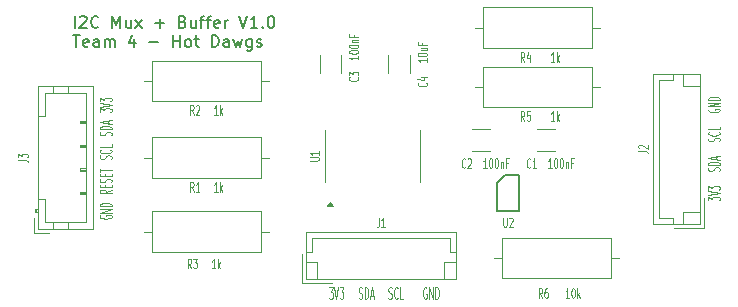
<source format=gbr>
%TF.GenerationSoftware,KiCad,Pcbnew,9.0.2*%
%TF.CreationDate,2025-07-11T15:27:11-07:00*%
%TF.ProjectId,I2C mux buffer,49324320-6d75-4782-9062-75666665722e,rev?*%
%TF.SameCoordinates,Original*%
%TF.FileFunction,Legend,Top*%
%TF.FilePolarity,Positive*%
%FSLAX46Y46*%
G04 Gerber Fmt 4.6, Leading zero omitted, Abs format (unit mm)*
G04 Created by KiCad (PCBNEW 9.0.2) date 2025-07-11 15:27:11*
%MOMM*%
%LPD*%
G01*
G04 APERTURE LIST*
%ADD10C,0.150000*%
%ADD11C,0.125000*%
%ADD12C,0.200000*%
%ADD13C,0.120000*%
G04 APERTURE END LIST*
D10*
X49336779Y-74509875D02*
X49336779Y-73509875D01*
X49765350Y-73605113D02*
X49812969Y-73557494D01*
X49812969Y-73557494D02*
X49908207Y-73509875D01*
X49908207Y-73509875D02*
X50146302Y-73509875D01*
X50146302Y-73509875D02*
X50241540Y-73557494D01*
X50241540Y-73557494D02*
X50289159Y-73605113D01*
X50289159Y-73605113D02*
X50336778Y-73700351D01*
X50336778Y-73700351D02*
X50336778Y-73795589D01*
X50336778Y-73795589D02*
X50289159Y-73938446D01*
X50289159Y-73938446D02*
X49717731Y-74509875D01*
X49717731Y-74509875D02*
X50336778Y-74509875D01*
X51336778Y-74414636D02*
X51289159Y-74462256D01*
X51289159Y-74462256D02*
X51146302Y-74509875D01*
X51146302Y-74509875D02*
X51051064Y-74509875D01*
X51051064Y-74509875D02*
X50908207Y-74462256D01*
X50908207Y-74462256D02*
X50812969Y-74367017D01*
X50812969Y-74367017D02*
X50765350Y-74271779D01*
X50765350Y-74271779D02*
X50717731Y-74081303D01*
X50717731Y-74081303D02*
X50717731Y-73938446D01*
X50717731Y-73938446D02*
X50765350Y-73747970D01*
X50765350Y-73747970D02*
X50812969Y-73652732D01*
X50812969Y-73652732D02*
X50908207Y-73557494D01*
X50908207Y-73557494D02*
X51051064Y-73509875D01*
X51051064Y-73509875D02*
X51146302Y-73509875D01*
X51146302Y-73509875D02*
X51289159Y-73557494D01*
X51289159Y-73557494D02*
X51336778Y-73605113D01*
X52527255Y-74509875D02*
X52527255Y-73509875D01*
X52527255Y-73509875D02*
X52860588Y-74224160D01*
X52860588Y-74224160D02*
X53193921Y-73509875D01*
X53193921Y-73509875D02*
X53193921Y-74509875D01*
X54098683Y-73843208D02*
X54098683Y-74509875D01*
X53670112Y-73843208D02*
X53670112Y-74367017D01*
X53670112Y-74367017D02*
X53717731Y-74462256D01*
X53717731Y-74462256D02*
X53812969Y-74509875D01*
X53812969Y-74509875D02*
X53955826Y-74509875D01*
X53955826Y-74509875D02*
X54051064Y-74462256D01*
X54051064Y-74462256D02*
X54098683Y-74414636D01*
X54479636Y-74509875D02*
X55003445Y-73843208D01*
X54479636Y-73843208D02*
X55003445Y-74509875D01*
X56146303Y-74128922D02*
X56908208Y-74128922D01*
X56527255Y-74509875D02*
X56527255Y-73747970D01*
X58479636Y-73986065D02*
X58622493Y-74033684D01*
X58622493Y-74033684D02*
X58670112Y-74081303D01*
X58670112Y-74081303D02*
X58717731Y-74176541D01*
X58717731Y-74176541D02*
X58717731Y-74319398D01*
X58717731Y-74319398D02*
X58670112Y-74414636D01*
X58670112Y-74414636D02*
X58622493Y-74462256D01*
X58622493Y-74462256D02*
X58527255Y-74509875D01*
X58527255Y-74509875D02*
X58146303Y-74509875D01*
X58146303Y-74509875D02*
X58146303Y-73509875D01*
X58146303Y-73509875D02*
X58479636Y-73509875D01*
X58479636Y-73509875D02*
X58574874Y-73557494D01*
X58574874Y-73557494D02*
X58622493Y-73605113D01*
X58622493Y-73605113D02*
X58670112Y-73700351D01*
X58670112Y-73700351D02*
X58670112Y-73795589D01*
X58670112Y-73795589D02*
X58622493Y-73890827D01*
X58622493Y-73890827D02*
X58574874Y-73938446D01*
X58574874Y-73938446D02*
X58479636Y-73986065D01*
X58479636Y-73986065D02*
X58146303Y-73986065D01*
X59574874Y-73843208D02*
X59574874Y-74509875D01*
X59146303Y-73843208D02*
X59146303Y-74367017D01*
X59146303Y-74367017D02*
X59193922Y-74462256D01*
X59193922Y-74462256D02*
X59289160Y-74509875D01*
X59289160Y-74509875D02*
X59432017Y-74509875D01*
X59432017Y-74509875D02*
X59527255Y-74462256D01*
X59527255Y-74462256D02*
X59574874Y-74414636D01*
X59908208Y-73843208D02*
X60289160Y-73843208D01*
X60051065Y-74509875D02*
X60051065Y-73652732D01*
X60051065Y-73652732D02*
X60098684Y-73557494D01*
X60098684Y-73557494D02*
X60193922Y-73509875D01*
X60193922Y-73509875D02*
X60289160Y-73509875D01*
X60479637Y-73843208D02*
X60860589Y-73843208D01*
X60622494Y-74509875D02*
X60622494Y-73652732D01*
X60622494Y-73652732D02*
X60670113Y-73557494D01*
X60670113Y-73557494D02*
X60765351Y-73509875D01*
X60765351Y-73509875D02*
X60860589Y-73509875D01*
X61574875Y-74462256D02*
X61479637Y-74509875D01*
X61479637Y-74509875D02*
X61289161Y-74509875D01*
X61289161Y-74509875D02*
X61193923Y-74462256D01*
X61193923Y-74462256D02*
X61146304Y-74367017D01*
X61146304Y-74367017D02*
X61146304Y-73986065D01*
X61146304Y-73986065D02*
X61193923Y-73890827D01*
X61193923Y-73890827D02*
X61289161Y-73843208D01*
X61289161Y-73843208D02*
X61479637Y-73843208D01*
X61479637Y-73843208D02*
X61574875Y-73890827D01*
X61574875Y-73890827D02*
X61622494Y-73986065D01*
X61622494Y-73986065D02*
X61622494Y-74081303D01*
X61622494Y-74081303D02*
X61146304Y-74176541D01*
X62051066Y-74509875D02*
X62051066Y-73843208D01*
X62051066Y-74033684D02*
X62098685Y-73938446D01*
X62098685Y-73938446D02*
X62146304Y-73890827D01*
X62146304Y-73890827D02*
X62241542Y-73843208D01*
X62241542Y-73843208D02*
X62336780Y-73843208D01*
X63289162Y-73509875D02*
X63622495Y-74509875D01*
X63622495Y-74509875D02*
X63955828Y-73509875D01*
X64812971Y-74509875D02*
X64241543Y-74509875D01*
X64527257Y-74509875D02*
X64527257Y-73509875D01*
X64527257Y-73509875D02*
X64432019Y-73652732D01*
X64432019Y-73652732D02*
X64336781Y-73747970D01*
X64336781Y-73747970D02*
X64241543Y-73795589D01*
X65241543Y-74414636D02*
X65289162Y-74462256D01*
X65289162Y-74462256D02*
X65241543Y-74509875D01*
X65241543Y-74509875D02*
X65193924Y-74462256D01*
X65193924Y-74462256D02*
X65241543Y-74414636D01*
X65241543Y-74414636D02*
X65241543Y-74509875D01*
X65908209Y-73509875D02*
X66003447Y-73509875D01*
X66003447Y-73509875D02*
X66098685Y-73557494D01*
X66098685Y-73557494D02*
X66146304Y-73605113D01*
X66146304Y-73605113D02*
X66193923Y-73700351D01*
X66193923Y-73700351D02*
X66241542Y-73890827D01*
X66241542Y-73890827D02*
X66241542Y-74128922D01*
X66241542Y-74128922D02*
X66193923Y-74319398D01*
X66193923Y-74319398D02*
X66146304Y-74414636D01*
X66146304Y-74414636D02*
X66098685Y-74462256D01*
X66098685Y-74462256D02*
X66003447Y-74509875D01*
X66003447Y-74509875D02*
X65908209Y-74509875D01*
X65908209Y-74509875D02*
X65812971Y-74462256D01*
X65812971Y-74462256D02*
X65765352Y-74414636D01*
X65765352Y-74414636D02*
X65717733Y-74319398D01*
X65717733Y-74319398D02*
X65670114Y-74128922D01*
X65670114Y-74128922D02*
X65670114Y-73890827D01*
X65670114Y-73890827D02*
X65717733Y-73700351D01*
X65717733Y-73700351D02*
X65765352Y-73605113D01*
X65765352Y-73605113D02*
X65812971Y-73557494D01*
X65812971Y-73557494D02*
X65908209Y-73509875D01*
X49193922Y-75119819D02*
X49765350Y-75119819D01*
X49479636Y-76119819D02*
X49479636Y-75119819D01*
X50479636Y-76072200D02*
X50384398Y-76119819D01*
X50384398Y-76119819D02*
X50193922Y-76119819D01*
X50193922Y-76119819D02*
X50098684Y-76072200D01*
X50098684Y-76072200D02*
X50051065Y-75976961D01*
X50051065Y-75976961D02*
X50051065Y-75596009D01*
X50051065Y-75596009D02*
X50098684Y-75500771D01*
X50098684Y-75500771D02*
X50193922Y-75453152D01*
X50193922Y-75453152D02*
X50384398Y-75453152D01*
X50384398Y-75453152D02*
X50479636Y-75500771D01*
X50479636Y-75500771D02*
X50527255Y-75596009D01*
X50527255Y-75596009D02*
X50527255Y-75691247D01*
X50527255Y-75691247D02*
X50051065Y-75786485D01*
X51384398Y-76119819D02*
X51384398Y-75596009D01*
X51384398Y-75596009D02*
X51336779Y-75500771D01*
X51336779Y-75500771D02*
X51241541Y-75453152D01*
X51241541Y-75453152D02*
X51051065Y-75453152D01*
X51051065Y-75453152D02*
X50955827Y-75500771D01*
X51384398Y-76072200D02*
X51289160Y-76119819D01*
X51289160Y-76119819D02*
X51051065Y-76119819D01*
X51051065Y-76119819D02*
X50955827Y-76072200D01*
X50955827Y-76072200D02*
X50908208Y-75976961D01*
X50908208Y-75976961D02*
X50908208Y-75881723D01*
X50908208Y-75881723D02*
X50955827Y-75786485D01*
X50955827Y-75786485D02*
X51051065Y-75738866D01*
X51051065Y-75738866D02*
X51289160Y-75738866D01*
X51289160Y-75738866D02*
X51384398Y-75691247D01*
X51860589Y-76119819D02*
X51860589Y-75453152D01*
X51860589Y-75548390D02*
X51908208Y-75500771D01*
X51908208Y-75500771D02*
X52003446Y-75453152D01*
X52003446Y-75453152D02*
X52146303Y-75453152D01*
X52146303Y-75453152D02*
X52241541Y-75500771D01*
X52241541Y-75500771D02*
X52289160Y-75596009D01*
X52289160Y-75596009D02*
X52289160Y-76119819D01*
X52289160Y-75596009D02*
X52336779Y-75500771D01*
X52336779Y-75500771D02*
X52432017Y-75453152D01*
X52432017Y-75453152D02*
X52574874Y-75453152D01*
X52574874Y-75453152D02*
X52670113Y-75500771D01*
X52670113Y-75500771D02*
X52717732Y-75596009D01*
X52717732Y-75596009D02*
X52717732Y-76119819D01*
X54384398Y-75453152D02*
X54384398Y-76119819D01*
X54146303Y-75072200D02*
X53908208Y-75786485D01*
X53908208Y-75786485D02*
X54527255Y-75786485D01*
X55670113Y-75738866D02*
X56432018Y-75738866D01*
X57670113Y-76119819D02*
X57670113Y-75119819D01*
X57670113Y-75596009D02*
X58241541Y-75596009D01*
X58241541Y-76119819D02*
X58241541Y-75119819D01*
X58860589Y-76119819D02*
X58765351Y-76072200D01*
X58765351Y-76072200D02*
X58717732Y-76024580D01*
X58717732Y-76024580D02*
X58670113Y-75929342D01*
X58670113Y-75929342D02*
X58670113Y-75643628D01*
X58670113Y-75643628D02*
X58717732Y-75548390D01*
X58717732Y-75548390D02*
X58765351Y-75500771D01*
X58765351Y-75500771D02*
X58860589Y-75453152D01*
X58860589Y-75453152D02*
X59003446Y-75453152D01*
X59003446Y-75453152D02*
X59098684Y-75500771D01*
X59098684Y-75500771D02*
X59146303Y-75548390D01*
X59146303Y-75548390D02*
X59193922Y-75643628D01*
X59193922Y-75643628D02*
X59193922Y-75929342D01*
X59193922Y-75929342D02*
X59146303Y-76024580D01*
X59146303Y-76024580D02*
X59098684Y-76072200D01*
X59098684Y-76072200D02*
X59003446Y-76119819D01*
X59003446Y-76119819D02*
X58860589Y-76119819D01*
X59479637Y-75453152D02*
X59860589Y-75453152D01*
X59622494Y-75119819D02*
X59622494Y-75976961D01*
X59622494Y-75976961D02*
X59670113Y-76072200D01*
X59670113Y-76072200D02*
X59765351Y-76119819D01*
X59765351Y-76119819D02*
X59860589Y-76119819D01*
X60955828Y-76119819D02*
X60955828Y-75119819D01*
X60955828Y-75119819D02*
X61193923Y-75119819D01*
X61193923Y-75119819D02*
X61336780Y-75167438D01*
X61336780Y-75167438D02*
X61432018Y-75262676D01*
X61432018Y-75262676D02*
X61479637Y-75357914D01*
X61479637Y-75357914D02*
X61527256Y-75548390D01*
X61527256Y-75548390D02*
X61527256Y-75691247D01*
X61527256Y-75691247D02*
X61479637Y-75881723D01*
X61479637Y-75881723D02*
X61432018Y-75976961D01*
X61432018Y-75976961D02*
X61336780Y-76072200D01*
X61336780Y-76072200D02*
X61193923Y-76119819D01*
X61193923Y-76119819D02*
X60955828Y-76119819D01*
X62384399Y-76119819D02*
X62384399Y-75596009D01*
X62384399Y-75596009D02*
X62336780Y-75500771D01*
X62336780Y-75500771D02*
X62241542Y-75453152D01*
X62241542Y-75453152D02*
X62051066Y-75453152D01*
X62051066Y-75453152D02*
X61955828Y-75500771D01*
X62384399Y-76072200D02*
X62289161Y-76119819D01*
X62289161Y-76119819D02*
X62051066Y-76119819D01*
X62051066Y-76119819D02*
X61955828Y-76072200D01*
X61955828Y-76072200D02*
X61908209Y-75976961D01*
X61908209Y-75976961D02*
X61908209Y-75881723D01*
X61908209Y-75881723D02*
X61955828Y-75786485D01*
X61955828Y-75786485D02*
X62051066Y-75738866D01*
X62051066Y-75738866D02*
X62289161Y-75738866D01*
X62289161Y-75738866D02*
X62384399Y-75691247D01*
X62765352Y-75453152D02*
X62955828Y-76119819D01*
X62955828Y-76119819D02*
X63146304Y-75643628D01*
X63146304Y-75643628D02*
X63336780Y-76119819D01*
X63336780Y-76119819D02*
X63527256Y-75453152D01*
X64336780Y-75453152D02*
X64336780Y-76262676D01*
X64336780Y-76262676D02*
X64289161Y-76357914D01*
X64289161Y-76357914D02*
X64241542Y-76405533D01*
X64241542Y-76405533D02*
X64146304Y-76453152D01*
X64146304Y-76453152D02*
X64003447Y-76453152D01*
X64003447Y-76453152D02*
X63908209Y-76405533D01*
X64336780Y-76072200D02*
X64241542Y-76119819D01*
X64241542Y-76119819D02*
X64051066Y-76119819D01*
X64051066Y-76119819D02*
X63955828Y-76072200D01*
X63955828Y-76072200D02*
X63908209Y-76024580D01*
X63908209Y-76024580D02*
X63860590Y-75929342D01*
X63860590Y-75929342D02*
X63860590Y-75643628D01*
X63860590Y-75643628D02*
X63908209Y-75548390D01*
X63908209Y-75548390D02*
X63955828Y-75500771D01*
X63955828Y-75500771D02*
X64051066Y-75453152D01*
X64051066Y-75453152D02*
X64241542Y-75453152D01*
X64241542Y-75453152D02*
X64336780Y-75500771D01*
X64765352Y-76072200D02*
X64860590Y-76119819D01*
X64860590Y-76119819D02*
X65051066Y-76119819D01*
X65051066Y-76119819D02*
X65146304Y-76072200D01*
X65146304Y-76072200D02*
X65193923Y-75976961D01*
X65193923Y-75976961D02*
X65193923Y-75929342D01*
X65193923Y-75929342D02*
X65146304Y-75834104D01*
X65146304Y-75834104D02*
X65051066Y-75786485D01*
X65051066Y-75786485D02*
X64908209Y-75786485D01*
X64908209Y-75786485D02*
X64812971Y-75738866D01*
X64812971Y-75738866D02*
X64765352Y-75643628D01*
X64765352Y-75643628D02*
X64765352Y-75596009D01*
X64765352Y-75596009D02*
X64812971Y-75500771D01*
X64812971Y-75500771D02*
X64908209Y-75453152D01*
X64908209Y-75453152D02*
X65051066Y-75453152D01*
X65051066Y-75453152D02*
X65146304Y-75500771D01*
D11*
X52456119Y-88226190D02*
X51979928Y-88392856D01*
X52456119Y-88511904D02*
X51456119Y-88511904D01*
X51456119Y-88511904D02*
X51456119Y-88321428D01*
X51456119Y-88321428D02*
X51503738Y-88273809D01*
X51503738Y-88273809D02*
X51551357Y-88249999D01*
X51551357Y-88249999D02*
X51646595Y-88226190D01*
X51646595Y-88226190D02*
X51789452Y-88226190D01*
X51789452Y-88226190D02*
X51884690Y-88249999D01*
X51884690Y-88249999D02*
X51932309Y-88273809D01*
X51932309Y-88273809D02*
X51979928Y-88321428D01*
X51979928Y-88321428D02*
X51979928Y-88511904D01*
X51932309Y-88011904D02*
X51932309Y-87845237D01*
X52456119Y-87773809D02*
X52456119Y-88011904D01*
X52456119Y-88011904D02*
X51456119Y-88011904D01*
X51456119Y-88011904D02*
X51456119Y-87773809D01*
X52408500Y-87583332D02*
X52456119Y-87511904D01*
X52456119Y-87511904D02*
X52456119Y-87392856D01*
X52456119Y-87392856D02*
X52408500Y-87345237D01*
X52408500Y-87345237D02*
X52360880Y-87321428D01*
X52360880Y-87321428D02*
X52265642Y-87297618D01*
X52265642Y-87297618D02*
X52170404Y-87297618D01*
X52170404Y-87297618D02*
X52075166Y-87321428D01*
X52075166Y-87321428D02*
X52027547Y-87345237D01*
X52027547Y-87345237D02*
X51979928Y-87392856D01*
X51979928Y-87392856D02*
X51932309Y-87488094D01*
X51932309Y-87488094D02*
X51884690Y-87535713D01*
X51884690Y-87535713D02*
X51837071Y-87559523D01*
X51837071Y-87559523D02*
X51741833Y-87583332D01*
X51741833Y-87583332D02*
X51646595Y-87583332D01*
X51646595Y-87583332D02*
X51551357Y-87559523D01*
X51551357Y-87559523D02*
X51503738Y-87535713D01*
X51503738Y-87535713D02*
X51456119Y-87488094D01*
X51456119Y-87488094D02*
X51456119Y-87369047D01*
X51456119Y-87369047D02*
X51503738Y-87297618D01*
X51932309Y-87083333D02*
X51932309Y-86916666D01*
X52456119Y-86845238D02*
X52456119Y-87083333D01*
X52456119Y-87083333D02*
X51456119Y-87083333D01*
X51456119Y-87083333D02*
X51456119Y-86845238D01*
X51456119Y-86702380D02*
X51456119Y-86416666D01*
X52456119Y-86559523D02*
X51456119Y-86559523D01*
X61238095Y-94863595D02*
X60952381Y-94863595D01*
X61095238Y-94863595D02*
X61095238Y-94063595D01*
X61095238Y-94063595D02*
X61047619Y-94177880D01*
X61047619Y-94177880D02*
X61000000Y-94254071D01*
X61000000Y-94254071D02*
X60952381Y-94292166D01*
X61452380Y-94863595D02*
X61452380Y-94063595D01*
X61499999Y-94558833D02*
X61642856Y-94863595D01*
X61642856Y-94330261D02*
X61452380Y-94635023D01*
X73392858Y-97408500D02*
X73464286Y-97456119D01*
X73464286Y-97456119D02*
X73583334Y-97456119D01*
X73583334Y-97456119D02*
X73630953Y-97408500D01*
X73630953Y-97408500D02*
X73654762Y-97360880D01*
X73654762Y-97360880D02*
X73678572Y-97265642D01*
X73678572Y-97265642D02*
X73678572Y-97170404D01*
X73678572Y-97170404D02*
X73654762Y-97075166D01*
X73654762Y-97075166D02*
X73630953Y-97027547D01*
X73630953Y-97027547D02*
X73583334Y-96979928D01*
X73583334Y-96979928D02*
X73488096Y-96932309D01*
X73488096Y-96932309D02*
X73440477Y-96884690D01*
X73440477Y-96884690D02*
X73416667Y-96837071D01*
X73416667Y-96837071D02*
X73392858Y-96741833D01*
X73392858Y-96741833D02*
X73392858Y-96646595D01*
X73392858Y-96646595D02*
X73416667Y-96551357D01*
X73416667Y-96551357D02*
X73440477Y-96503738D01*
X73440477Y-96503738D02*
X73488096Y-96456119D01*
X73488096Y-96456119D02*
X73607143Y-96456119D01*
X73607143Y-96456119D02*
X73678572Y-96503738D01*
X73892857Y-97456119D02*
X73892857Y-96456119D01*
X73892857Y-96456119D02*
X74011905Y-96456119D01*
X74011905Y-96456119D02*
X74083333Y-96503738D01*
X74083333Y-96503738D02*
X74130952Y-96598976D01*
X74130952Y-96598976D02*
X74154762Y-96694214D01*
X74154762Y-96694214D02*
X74178571Y-96884690D01*
X74178571Y-96884690D02*
X74178571Y-97027547D01*
X74178571Y-97027547D02*
X74154762Y-97218023D01*
X74154762Y-97218023D02*
X74130952Y-97313261D01*
X74130952Y-97313261D02*
X74083333Y-97408500D01*
X74083333Y-97408500D02*
X74011905Y-97456119D01*
X74011905Y-97456119D02*
X73892857Y-97456119D01*
X74369048Y-97170404D02*
X74607143Y-97170404D01*
X74321429Y-97456119D02*
X74488095Y-96456119D01*
X74488095Y-96456119D02*
X74654762Y-97456119D01*
X103908500Y-86607141D02*
X103956119Y-86535713D01*
X103956119Y-86535713D02*
X103956119Y-86416665D01*
X103956119Y-86416665D02*
X103908500Y-86369046D01*
X103908500Y-86369046D02*
X103860880Y-86345237D01*
X103860880Y-86345237D02*
X103765642Y-86321427D01*
X103765642Y-86321427D02*
X103670404Y-86321427D01*
X103670404Y-86321427D02*
X103575166Y-86345237D01*
X103575166Y-86345237D02*
X103527547Y-86369046D01*
X103527547Y-86369046D02*
X103479928Y-86416665D01*
X103479928Y-86416665D02*
X103432309Y-86511903D01*
X103432309Y-86511903D02*
X103384690Y-86559522D01*
X103384690Y-86559522D02*
X103337071Y-86583332D01*
X103337071Y-86583332D02*
X103241833Y-86607141D01*
X103241833Y-86607141D02*
X103146595Y-86607141D01*
X103146595Y-86607141D02*
X103051357Y-86583332D01*
X103051357Y-86583332D02*
X103003738Y-86559522D01*
X103003738Y-86559522D02*
X102956119Y-86511903D01*
X102956119Y-86511903D02*
X102956119Y-86392856D01*
X102956119Y-86392856D02*
X103003738Y-86321427D01*
X103956119Y-86107142D02*
X102956119Y-86107142D01*
X102956119Y-86107142D02*
X102956119Y-85988094D01*
X102956119Y-85988094D02*
X103003738Y-85916666D01*
X103003738Y-85916666D02*
X103098976Y-85869047D01*
X103098976Y-85869047D02*
X103194214Y-85845237D01*
X103194214Y-85845237D02*
X103384690Y-85821428D01*
X103384690Y-85821428D02*
X103527547Y-85821428D01*
X103527547Y-85821428D02*
X103718023Y-85845237D01*
X103718023Y-85845237D02*
X103813261Y-85869047D01*
X103813261Y-85869047D02*
X103908500Y-85916666D01*
X103908500Y-85916666D02*
X103956119Y-85988094D01*
X103956119Y-85988094D02*
X103956119Y-86107142D01*
X103670404Y-85630951D02*
X103670404Y-85392856D01*
X103956119Y-85678570D02*
X102956119Y-85511904D01*
X102956119Y-85511904D02*
X103956119Y-85345237D01*
X103003738Y-81380952D02*
X102956119Y-81428571D01*
X102956119Y-81428571D02*
X102956119Y-81500000D01*
X102956119Y-81500000D02*
X103003738Y-81571428D01*
X103003738Y-81571428D02*
X103098976Y-81619047D01*
X103098976Y-81619047D02*
X103194214Y-81642857D01*
X103194214Y-81642857D02*
X103384690Y-81666666D01*
X103384690Y-81666666D02*
X103527547Y-81666666D01*
X103527547Y-81666666D02*
X103718023Y-81642857D01*
X103718023Y-81642857D02*
X103813261Y-81619047D01*
X103813261Y-81619047D02*
X103908500Y-81571428D01*
X103908500Y-81571428D02*
X103956119Y-81500000D01*
X103956119Y-81500000D02*
X103956119Y-81452381D01*
X103956119Y-81452381D02*
X103908500Y-81380952D01*
X103908500Y-81380952D02*
X103860880Y-81357143D01*
X103860880Y-81357143D02*
X103527547Y-81357143D01*
X103527547Y-81357143D02*
X103527547Y-81452381D01*
X103956119Y-81142857D02*
X102956119Y-81142857D01*
X102956119Y-81142857D02*
X103956119Y-80857143D01*
X103956119Y-80857143D02*
X102956119Y-80857143D01*
X103956119Y-80619047D02*
X102956119Y-80619047D01*
X102956119Y-80619047D02*
X102956119Y-80499999D01*
X102956119Y-80499999D02*
X103003738Y-80428571D01*
X103003738Y-80428571D02*
X103098976Y-80380952D01*
X103098976Y-80380952D02*
X103194214Y-80357142D01*
X103194214Y-80357142D02*
X103384690Y-80333333D01*
X103384690Y-80333333D02*
X103527547Y-80333333D01*
X103527547Y-80333333D02*
X103718023Y-80357142D01*
X103718023Y-80357142D02*
X103813261Y-80380952D01*
X103813261Y-80380952D02*
X103908500Y-80428571D01*
X103908500Y-80428571D02*
X103956119Y-80499999D01*
X103956119Y-80499999D02*
X103956119Y-80619047D01*
X61440476Y-88363595D02*
X61154762Y-88363595D01*
X61297619Y-88363595D02*
X61297619Y-87563595D01*
X61297619Y-87563595D02*
X61250000Y-87677880D01*
X61250000Y-87677880D02*
X61202381Y-87754071D01*
X61202381Y-87754071D02*
X61154762Y-87792166D01*
X61654761Y-88363595D02*
X61654761Y-87563595D01*
X61702380Y-88058833D02*
X61845237Y-88363595D01*
X61845237Y-87830261D02*
X61654761Y-88135023D01*
X75904762Y-97408500D02*
X75976190Y-97456119D01*
X75976190Y-97456119D02*
X76095238Y-97456119D01*
X76095238Y-97456119D02*
X76142857Y-97408500D01*
X76142857Y-97408500D02*
X76166666Y-97360880D01*
X76166666Y-97360880D02*
X76190476Y-97265642D01*
X76190476Y-97265642D02*
X76190476Y-97170404D01*
X76190476Y-97170404D02*
X76166666Y-97075166D01*
X76166666Y-97075166D02*
X76142857Y-97027547D01*
X76142857Y-97027547D02*
X76095238Y-96979928D01*
X76095238Y-96979928D02*
X76000000Y-96932309D01*
X76000000Y-96932309D02*
X75952381Y-96884690D01*
X75952381Y-96884690D02*
X75928571Y-96837071D01*
X75928571Y-96837071D02*
X75904762Y-96741833D01*
X75904762Y-96741833D02*
X75904762Y-96646595D01*
X75904762Y-96646595D02*
X75928571Y-96551357D01*
X75928571Y-96551357D02*
X75952381Y-96503738D01*
X75952381Y-96503738D02*
X76000000Y-96456119D01*
X76000000Y-96456119D02*
X76119047Y-96456119D01*
X76119047Y-96456119D02*
X76190476Y-96503738D01*
X76690475Y-97360880D02*
X76666666Y-97408500D01*
X76666666Y-97408500D02*
X76595237Y-97456119D01*
X76595237Y-97456119D02*
X76547618Y-97456119D01*
X76547618Y-97456119D02*
X76476190Y-97408500D01*
X76476190Y-97408500D02*
X76428571Y-97313261D01*
X76428571Y-97313261D02*
X76404761Y-97218023D01*
X76404761Y-97218023D02*
X76380952Y-97027547D01*
X76380952Y-97027547D02*
X76380952Y-96884690D01*
X76380952Y-96884690D02*
X76404761Y-96694214D01*
X76404761Y-96694214D02*
X76428571Y-96598976D01*
X76428571Y-96598976D02*
X76476190Y-96503738D01*
X76476190Y-96503738D02*
X76547618Y-96456119D01*
X76547618Y-96456119D02*
X76595237Y-96456119D01*
X76595237Y-96456119D02*
X76666666Y-96503738D01*
X76666666Y-96503738D02*
X76690475Y-96551357D01*
X77142856Y-97456119D02*
X76904761Y-97456119D01*
X76904761Y-97456119D02*
X76904761Y-96456119D01*
X84226191Y-86363595D02*
X83940477Y-86363595D01*
X84083334Y-86363595D02*
X84083334Y-85563595D01*
X84083334Y-85563595D02*
X84035715Y-85677880D01*
X84035715Y-85677880D02*
X83988096Y-85754071D01*
X83988096Y-85754071D02*
X83940477Y-85792166D01*
X84535714Y-85563595D02*
X84583333Y-85563595D01*
X84583333Y-85563595D02*
X84630952Y-85601690D01*
X84630952Y-85601690D02*
X84654762Y-85639785D01*
X84654762Y-85639785D02*
X84678571Y-85715976D01*
X84678571Y-85715976D02*
X84702381Y-85868357D01*
X84702381Y-85868357D02*
X84702381Y-86058833D01*
X84702381Y-86058833D02*
X84678571Y-86211214D01*
X84678571Y-86211214D02*
X84654762Y-86287404D01*
X84654762Y-86287404D02*
X84630952Y-86325500D01*
X84630952Y-86325500D02*
X84583333Y-86363595D01*
X84583333Y-86363595D02*
X84535714Y-86363595D01*
X84535714Y-86363595D02*
X84488095Y-86325500D01*
X84488095Y-86325500D02*
X84464286Y-86287404D01*
X84464286Y-86287404D02*
X84440476Y-86211214D01*
X84440476Y-86211214D02*
X84416667Y-86058833D01*
X84416667Y-86058833D02*
X84416667Y-85868357D01*
X84416667Y-85868357D02*
X84440476Y-85715976D01*
X84440476Y-85715976D02*
X84464286Y-85639785D01*
X84464286Y-85639785D02*
X84488095Y-85601690D01*
X84488095Y-85601690D02*
X84535714Y-85563595D01*
X85011904Y-85563595D02*
X85059523Y-85563595D01*
X85059523Y-85563595D02*
X85107142Y-85601690D01*
X85107142Y-85601690D02*
X85130952Y-85639785D01*
X85130952Y-85639785D02*
X85154761Y-85715976D01*
X85154761Y-85715976D02*
X85178571Y-85868357D01*
X85178571Y-85868357D02*
X85178571Y-86058833D01*
X85178571Y-86058833D02*
X85154761Y-86211214D01*
X85154761Y-86211214D02*
X85130952Y-86287404D01*
X85130952Y-86287404D02*
X85107142Y-86325500D01*
X85107142Y-86325500D02*
X85059523Y-86363595D01*
X85059523Y-86363595D02*
X85011904Y-86363595D01*
X85011904Y-86363595D02*
X84964285Y-86325500D01*
X84964285Y-86325500D02*
X84940476Y-86287404D01*
X84940476Y-86287404D02*
X84916666Y-86211214D01*
X84916666Y-86211214D02*
X84892857Y-86058833D01*
X84892857Y-86058833D02*
X84892857Y-85868357D01*
X84892857Y-85868357D02*
X84916666Y-85715976D01*
X84916666Y-85715976D02*
X84940476Y-85639785D01*
X84940476Y-85639785D02*
X84964285Y-85601690D01*
X84964285Y-85601690D02*
X85011904Y-85563595D01*
X85392856Y-85830261D02*
X85392856Y-86363595D01*
X85392856Y-85906452D02*
X85416666Y-85868357D01*
X85416666Y-85868357D02*
X85464285Y-85830261D01*
X85464285Y-85830261D02*
X85535713Y-85830261D01*
X85535713Y-85830261D02*
X85583332Y-85868357D01*
X85583332Y-85868357D02*
X85607142Y-85944547D01*
X85607142Y-85944547D02*
X85607142Y-86363595D01*
X86011904Y-85944547D02*
X85845237Y-85944547D01*
X85845237Y-86363595D02*
X85845237Y-85563595D01*
X85845237Y-85563595D02*
X86083332Y-85563595D01*
X89940476Y-77363595D02*
X89654762Y-77363595D01*
X89797619Y-77363595D02*
X89797619Y-76563595D01*
X89797619Y-76563595D02*
X89750000Y-76677880D01*
X89750000Y-76677880D02*
X89702381Y-76754071D01*
X89702381Y-76754071D02*
X89654762Y-76792166D01*
X90154761Y-77363595D02*
X90154761Y-76563595D01*
X90202380Y-77058833D02*
X90345237Y-77363595D01*
X90345237Y-76830261D02*
X90154761Y-77135023D01*
X70880953Y-96456119D02*
X71190477Y-96456119D01*
X71190477Y-96456119D02*
X71023810Y-96837071D01*
X71023810Y-96837071D02*
X71095239Y-96837071D01*
X71095239Y-96837071D02*
X71142858Y-96884690D01*
X71142858Y-96884690D02*
X71166667Y-96932309D01*
X71166667Y-96932309D02*
X71190477Y-97027547D01*
X71190477Y-97027547D02*
X71190477Y-97265642D01*
X71190477Y-97265642D02*
X71166667Y-97360880D01*
X71166667Y-97360880D02*
X71142858Y-97408500D01*
X71142858Y-97408500D02*
X71095239Y-97456119D01*
X71095239Y-97456119D02*
X70952382Y-97456119D01*
X70952382Y-97456119D02*
X70904763Y-97408500D01*
X70904763Y-97408500D02*
X70880953Y-97360880D01*
X71333334Y-96456119D02*
X71500000Y-97456119D01*
X71500000Y-97456119D02*
X71666667Y-96456119D01*
X71785714Y-96456119D02*
X72095238Y-96456119D01*
X72095238Y-96456119D02*
X71928571Y-96837071D01*
X71928571Y-96837071D02*
X72000000Y-96837071D01*
X72000000Y-96837071D02*
X72047619Y-96884690D01*
X72047619Y-96884690D02*
X72071428Y-96932309D01*
X72071428Y-96932309D02*
X72095238Y-97027547D01*
X72095238Y-97027547D02*
X72095238Y-97265642D01*
X72095238Y-97265642D02*
X72071428Y-97360880D01*
X72071428Y-97360880D02*
X72047619Y-97408500D01*
X72047619Y-97408500D02*
X72000000Y-97456119D01*
X72000000Y-97456119D02*
X71857143Y-97456119D01*
X71857143Y-97456119D02*
X71809524Y-97408500D01*
X71809524Y-97408500D02*
X71785714Y-97360880D01*
X61440476Y-81863595D02*
X61154762Y-81863595D01*
X61297619Y-81863595D02*
X61297619Y-81063595D01*
X61297619Y-81063595D02*
X61250000Y-81177880D01*
X61250000Y-81177880D02*
X61202381Y-81254071D01*
X61202381Y-81254071D02*
X61154762Y-81292166D01*
X61654761Y-81863595D02*
X61654761Y-81063595D01*
X61702380Y-81558833D02*
X61845237Y-81863595D01*
X61845237Y-81330261D02*
X61654761Y-81635023D01*
X52408500Y-83607141D02*
X52456119Y-83535713D01*
X52456119Y-83535713D02*
X52456119Y-83416665D01*
X52456119Y-83416665D02*
X52408500Y-83369046D01*
X52408500Y-83369046D02*
X52360880Y-83345237D01*
X52360880Y-83345237D02*
X52265642Y-83321427D01*
X52265642Y-83321427D02*
X52170404Y-83321427D01*
X52170404Y-83321427D02*
X52075166Y-83345237D01*
X52075166Y-83345237D02*
X52027547Y-83369046D01*
X52027547Y-83369046D02*
X51979928Y-83416665D01*
X51979928Y-83416665D02*
X51932309Y-83511903D01*
X51932309Y-83511903D02*
X51884690Y-83559522D01*
X51884690Y-83559522D02*
X51837071Y-83583332D01*
X51837071Y-83583332D02*
X51741833Y-83607141D01*
X51741833Y-83607141D02*
X51646595Y-83607141D01*
X51646595Y-83607141D02*
X51551357Y-83583332D01*
X51551357Y-83583332D02*
X51503738Y-83559522D01*
X51503738Y-83559522D02*
X51456119Y-83511903D01*
X51456119Y-83511903D02*
X51456119Y-83392856D01*
X51456119Y-83392856D02*
X51503738Y-83321427D01*
X52456119Y-83107142D02*
X51456119Y-83107142D01*
X51456119Y-83107142D02*
X51456119Y-82988094D01*
X51456119Y-82988094D02*
X51503738Y-82916666D01*
X51503738Y-82916666D02*
X51598976Y-82869047D01*
X51598976Y-82869047D02*
X51694214Y-82845237D01*
X51694214Y-82845237D02*
X51884690Y-82821428D01*
X51884690Y-82821428D02*
X52027547Y-82821428D01*
X52027547Y-82821428D02*
X52218023Y-82845237D01*
X52218023Y-82845237D02*
X52313261Y-82869047D01*
X52313261Y-82869047D02*
X52408500Y-82916666D01*
X52408500Y-82916666D02*
X52456119Y-82988094D01*
X52456119Y-82988094D02*
X52456119Y-83107142D01*
X52170404Y-82630951D02*
X52170404Y-82392856D01*
X52456119Y-82678570D02*
X51456119Y-82511904D01*
X51456119Y-82511904D02*
X52456119Y-82345237D01*
X103908500Y-84095237D02*
X103956119Y-84023809D01*
X103956119Y-84023809D02*
X103956119Y-83904761D01*
X103956119Y-83904761D02*
X103908500Y-83857142D01*
X103908500Y-83857142D02*
X103860880Y-83833333D01*
X103860880Y-83833333D02*
X103765642Y-83809523D01*
X103765642Y-83809523D02*
X103670404Y-83809523D01*
X103670404Y-83809523D02*
X103575166Y-83833333D01*
X103575166Y-83833333D02*
X103527547Y-83857142D01*
X103527547Y-83857142D02*
X103479928Y-83904761D01*
X103479928Y-83904761D02*
X103432309Y-83999999D01*
X103432309Y-83999999D02*
X103384690Y-84047618D01*
X103384690Y-84047618D02*
X103337071Y-84071428D01*
X103337071Y-84071428D02*
X103241833Y-84095237D01*
X103241833Y-84095237D02*
X103146595Y-84095237D01*
X103146595Y-84095237D02*
X103051357Y-84071428D01*
X103051357Y-84071428D02*
X103003738Y-84047618D01*
X103003738Y-84047618D02*
X102956119Y-83999999D01*
X102956119Y-83999999D02*
X102956119Y-83880952D01*
X102956119Y-83880952D02*
X103003738Y-83809523D01*
X103860880Y-83309524D02*
X103908500Y-83333333D01*
X103908500Y-83333333D02*
X103956119Y-83404762D01*
X103956119Y-83404762D02*
X103956119Y-83452381D01*
X103956119Y-83452381D02*
X103908500Y-83523809D01*
X103908500Y-83523809D02*
X103813261Y-83571428D01*
X103813261Y-83571428D02*
X103718023Y-83595238D01*
X103718023Y-83595238D02*
X103527547Y-83619047D01*
X103527547Y-83619047D02*
X103384690Y-83619047D01*
X103384690Y-83619047D02*
X103194214Y-83595238D01*
X103194214Y-83595238D02*
X103098976Y-83571428D01*
X103098976Y-83571428D02*
X103003738Y-83523809D01*
X103003738Y-83523809D02*
X102956119Y-83452381D01*
X102956119Y-83452381D02*
X102956119Y-83404762D01*
X102956119Y-83404762D02*
X103003738Y-83333333D01*
X103003738Y-83333333D02*
X103051357Y-83309524D01*
X103956119Y-82857143D02*
X103956119Y-83095238D01*
X103956119Y-83095238D02*
X102956119Y-83095238D01*
X79119047Y-96503738D02*
X79071428Y-96456119D01*
X79071428Y-96456119D02*
X78999999Y-96456119D01*
X78999999Y-96456119D02*
X78928571Y-96503738D01*
X78928571Y-96503738D02*
X78880952Y-96598976D01*
X78880952Y-96598976D02*
X78857142Y-96694214D01*
X78857142Y-96694214D02*
X78833333Y-96884690D01*
X78833333Y-96884690D02*
X78833333Y-97027547D01*
X78833333Y-97027547D02*
X78857142Y-97218023D01*
X78857142Y-97218023D02*
X78880952Y-97313261D01*
X78880952Y-97313261D02*
X78928571Y-97408500D01*
X78928571Y-97408500D02*
X78999999Y-97456119D01*
X78999999Y-97456119D02*
X79047618Y-97456119D01*
X79047618Y-97456119D02*
X79119047Y-97408500D01*
X79119047Y-97408500D02*
X79142856Y-97360880D01*
X79142856Y-97360880D02*
X79142856Y-97027547D01*
X79142856Y-97027547D02*
X79047618Y-97027547D01*
X79357142Y-97456119D02*
X79357142Y-96456119D01*
X79357142Y-96456119D02*
X79642856Y-97456119D01*
X79642856Y-97456119D02*
X79642856Y-96456119D01*
X79880952Y-97456119D02*
X79880952Y-96456119D01*
X79880952Y-96456119D02*
X80000000Y-96456119D01*
X80000000Y-96456119D02*
X80071428Y-96503738D01*
X80071428Y-96503738D02*
X80119047Y-96598976D01*
X80119047Y-96598976D02*
X80142857Y-96694214D01*
X80142857Y-96694214D02*
X80166666Y-96884690D01*
X80166666Y-96884690D02*
X80166666Y-97027547D01*
X80166666Y-97027547D02*
X80142857Y-97218023D01*
X80142857Y-97218023D02*
X80119047Y-97313261D01*
X80119047Y-97313261D02*
X80071428Y-97408500D01*
X80071428Y-97408500D02*
X80000000Y-97456119D01*
X80000000Y-97456119D02*
X79880952Y-97456119D01*
X51456119Y-81619046D02*
X51456119Y-81309522D01*
X51456119Y-81309522D02*
X51837071Y-81476189D01*
X51837071Y-81476189D02*
X51837071Y-81404760D01*
X51837071Y-81404760D02*
X51884690Y-81357141D01*
X51884690Y-81357141D02*
X51932309Y-81333332D01*
X51932309Y-81333332D02*
X52027547Y-81309522D01*
X52027547Y-81309522D02*
X52265642Y-81309522D01*
X52265642Y-81309522D02*
X52360880Y-81333332D01*
X52360880Y-81333332D02*
X52408500Y-81357141D01*
X52408500Y-81357141D02*
X52456119Y-81404760D01*
X52456119Y-81404760D02*
X52456119Y-81547617D01*
X52456119Y-81547617D02*
X52408500Y-81595236D01*
X52408500Y-81595236D02*
X52360880Y-81619046D01*
X51456119Y-81166665D02*
X52456119Y-80999999D01*
X52456119Y-80999999D02*
X51456119Y-80833332D01*
X51456119Y-80714285D02*
X51456119Y-80404761D01*
X51456119Y-80404761D02*
X51837071Y-80571428D01*
X51837071Y-80571428D02*
X51837071Y-80499999D01*
X51837071Y-80499999D02*
X51884690Y-80452380D01*
X51884690Y-80452380D02*
X51932309Y-80428571D01*
X51932309Y-80428571D02*
X52027547Y-80404761D01*
X52027547Y-80404761D02*
X52265642Y-80404761D01*
X52265642Y-80404761D02*
X52360880Y-80428571D01*
X52360880Y-80428571D02*
X52408500Y-80452380D01*
X52408500Y-80452380D02*
X52456119Y-80499999D01*
X52456119Y-80499999D02*
X52456119Y-80642856D01*
X52456119Y-80642856D02*
X52408500Y-80690475D01*
X52408500Y-80690475D02*
X52360880Y-80714285D01*
X102956119Y-89119046D02*
X102956119Y-88809522D01*
X102956119Y-88809522D02*
X103337071Y-88976189D01*
X103337071Y-88976189D02*
X103337071Y-88904760D01*
X103337071Y-88904760D02*
X103384690Y-88857141D01*
X103384690Y-88857141D02*
X103432309Y-88833332D01*
X103432309Y-88833332D02*
X103527547Y-88809522D01*
X103527547Y-88809522D02*
X103765642Y-88809522D01*
X103765642Y-88809522D02*
X103860880Y-88833332D01*
X103860880Y-88833332D02*
X103908500Y-88857141D01*
X103908500Y-88857141D02*
X103956119Y-88904760D01*
X103956119Y-88904760D02*
X103956119Y-89047617D01*
X103956119Y-89047617D02*
X103908500Y-89095236D01*
X103908500Y-89095236D02*
X103860880Y-89119046D01*
X102956119Y-88666665D02*
X103956119Y-88499999D01*
X103956119Y-88499999D02*
X102956119Y-88333332D01*
X102956119Y-88214285D02*
X102956119Y-87904761D01*
X102956119Y-87904761D02*
X103337071Y-88071428D01*
X103337071Y-88071428D02*
X103337071Y-87999999D01*
X103337071Y-87999999D02*
X103384690Y-87952380D01*
X103384690Y-87952380D02*
X103432309Y-87928571D01*
X103432309Y-87928571D02*
X103527547Y-87904761D01*
X103527547Y-87904761D02*
X103765642Y-87904761D01*
X103765642Y-87904761D02*
X103860880Y-87928571D01*
X103860880Y-87928571D02*
X103908500Y-87952380D01*
X103908500Y-87952380D02*
X103956119Y-87999999D01*
X103956119Y-87999999D02*
X103956119Y-88142856D01*
X103956119Y-88142856D02*
X103908500Y-88190475D01*
X103908500Y-88190475D02*
X103860880Y-88214285D01*
X51503738Y-90380952D02*
X51456119Y-90428571D01*
X51456119Y-90428571D02*
X51456119Y-90500000D01*
X51456119Y-90500000D02*
X51503738Y-90571428D01*
X51503738Y-90571428D02*
X51598976Y-90619047D01*
X51598976Y-90619047D02*
X51694214Y-90642857D01*
X51694214Y-90642857D02*
X51884690Y-90666666D01*
X51884690Y-90666666D02*
X52027547Y-90666666D01*
X52027547Y-90666666D02*
X52218023Y-90642857D01*
X52218023Y-90642857D02*
X52313261Y-90619047D01*
X52313261Y-90619047D02*
X52408500Y-90571428D01*
X52408500Y-90571428D02*
X52456119Y-90500000D01*
X52456119Y-90500000D02*
X52456119Y-90452381D01*
X52456119Y-90452381D02*
X52408500Y-90380952D01*
X52408500Y-90380952D02*
X52360880Y-90357143D01*
X52360880Y-90357143D02*
X52027547Y-90357143D01*
X52027547Y-90357143D02*
X52027547Y-90452381D01*
X52456119Y-90142857D02*
X51456119Y-90142857D01*
X51456119Y-90142857D02*
X52456119Y-89857143D01*
X52456119Y-89857143D02*
X51456119Y-89857143D01*
X52456119Y-89619047D02*
X51456119Y-89619047D01*
X51456119Y-89619047D02*
X51456119Y-89499999D01*
X51456119Y-89499999D02*
X51503738Y-89428571D01*
X51503738Y-89428571D02*
X51598976Y-89380952D01*
X51598976Y-89380952D02*
X51694214Y-89357142D01*
X51694214Y-89357142D02*
X51884690Y-89333333D01*
X51884690Y-89333333D02*
X52027547Y-89333333D01*
X52027547Y-89333333D02*
X52218023Y-89357142D01*
X52218023Y-89357142D02*
X52313261Y-89380952D01*
X52313261Y-89380952D02*
X52408500Y-89428571D01*
X52408500Y-89428571D02*
X52456119Y-89499999D01*
X52456119Y-89499999D02*
X52456119Y-89619047D01*
X52408500Y-85595237D02*
X52456119Y-85523809D01*
X52456119Y-85523809D02*
X52456119Y-85404761D01*
X52456119Y-85404761D02*
X52408500Y-85357142D01*
X52408500Y-85357142D02*
X52360880Y-85333333D01*
X52360880Y-85333333D02*
X52265642Y-85309523D01*
X52265642Y-85309523D02*
X52170404Y-85309523D01*
X52170404Y-85309523D02*
X52075166Y-85333333D01*
X52075166Y-85333333D02*
X52027547Y-85357142D01*
X52027547Y-85357142D02*
X51979928Y-85404761D01*
X51979928Y-85404761D02*
X51932309Y-85499999D01*
X51932309Y-85499999D02*
X51884690Y-85547618D01*
X51884690Y-85547618D02*
X51837071Y-85571428D01*
X51837071Y-85571428D02*
X51741833Y-85595237D01*
X51741833Y-85595237D02*
X51646595Y-85595237D01*
X51646595Y-85595237D02*
X51551357Y-85571428D01*
X51551357Y-85571428D02*
X51503738Y-85547618D01*
X51503738Y-85547618D02*
X51456119Y-85499999D01*
X51456119Y-85499999D02*
X51456119Y-85380952D01*
X51456119Y-85380952D02*
X51503738Y-85309523D01*
X52360880Y-84809524D02*
X52408500Y-84833333D01*
X52408500Y-84833333D02*
X52456119Y-84904762D01*
X52456119Y-84904762D02*
X52456119Y-84952381D01*
X52456119Y-84952381D02*
X52408500Y-85023809D01*
X52408500Y-85023809D02*
X52313261Y-85071428D01*
X52313261Y-85071428D02*
X52218023Y-85095238D01*
X52218023Y-85095238D02*
X52027547Y-85119047D01*
X52027547Y-85119047D02*
X51884690Y-85119047D01*
X51884690Y-85119047D02*
X51694214Y-85095238D01*
X51694214Y-85095238D02*
X51598976Y-85071428D01*
X51598976Y-85071428D02*
X51503738Y-85023809D01*
X51503738Y-85023809D02*
X51456119Y-84952381D01*
X51456119Y-84952381D02*
X51456119Y-84904762D01*
X51456119Y-84904762D02*
X51503738Y-84833333D01*
X51503738Y-84833333D02*
X51551357Y-84809524D01*
X52456119Y-84357143D02*
X52456119Y-84595238D01*
X52456119Y-84595238D02*
X51456119Y-84595238D01*
X85619049Y-90563595D02*
X85619049Y-91211214D01*
X85619049Y-91211214D02*
X85642859Y-91287404D01*
X85642859Y-91287404D02*
X85666668Y-91325500D01*
X85666668Y-91325500D02*
X85714287Y-91363595D01*
X85714287Y-91363595D02*
X85809525Y-91363595D01*
X85809525Y-91363595D02*
X85857144Y-91325500D01*
X85857144Y-91325500D02*
X85880954Y-91287404D01*
X85880954Y-91287404D02*
X85904763Y-91211214D01*
X85904763Y-91211214D02*
X85904763Y-90563595D01*
X86119050Y-90639785D02*
X86142859Y-90601690D01*
X86142859Y-90601690D02*
X86190478Y-90563595D01*
X86190478Y-90563595D02*
X86309526Y-90563595D01*
X86309526Y-90563595D02*
X86357145Y-90601690D01*
X86357145Y-90601690D02*
X86380954Y-90639785D01*
X86380954Y-90639785D02*
X86404764Y-90715976D01*
X86404764Y-90715976D02*
X86404764Y-90792166D01*
X86404764Y-90792166D02*
X86380954Y-90906452D01*
X86380954Y-90906452D02*
X86095240Y-91363595D01*
X86095240Y-91363595D02*
X86404764Y-91363595D01*
X88916666Y-97363595D02*
X88750000Y-96982642D01*
X88630952Y-97363595D02*
X88630952Y-96563595D01*
X88630952Y-96563595D02*
X88821428Y-96563595D01*
X88821428Y-96563595D02*
X88869047Y-96601690D01*
X88869047Y-96601690D02*
X88892857Y-96639785D01*
X88892857Y-96639785D02*
X88916666Y-96715976D01*
X88916666Y-96715976D02*
X88916666Y-96830261D01*
X88916666Y-96830261D02*
X88892857Y-96906452D01*
X88892857Y-96906452D02*
X88869047Y-96944547D01*
X88869047Y-96944547D02*
X88821428Y-96982642D01*
X88821428Y-96982642D02*
X88630952Y-96982642D01*
X89345238Y-96563595D02*
X89250000Y-96563595D01*
X89250000Y-96563595D02*
X89202381Y-96601690D01*
X89202381Y-96601690D02*
X89178571Y-96639785D01*
X89178571Y-96639785D02*
X89130952Y-96754071D01*
X89130952Y-96754071D02*
X89107143Y-96906452D01*
X89107143Y-96906452D02*
X89107143Y-97211214D01*
X89107143Y-97211214D02*
X89130952Y-97287404D01*
X89130952Y-97287404D02*
X89154762Y-97325500D01*
X89154762Y-97325500D02*
X89202381Y-97363595D01*
X89202381Y-97363595D02*
X89297619Y-97363595D01*
X89297619Y-97363595D02*
X89345238Y-97325500D01*
X89345238Y-97325500D02*
X89369047Y-97287404D01*
X89369047Y-97287404D02*
X89392857Y-97211214D01*
X89392857Y-97211214D02*
X89392857Y-97020738D01*
X89392857Y-97020738D02*
X89369047Y-96944547D01*
X89369047Y-96944547D02*
X89345238Y-96906452D01*
X89345238Y-96906452D02*
X89297619Y-96868357D01*
X89297619Y-96868357D02*
X89202381Y-96868357D01*
X89202381Y-96868357D02*
X89154762Y-96906452D01*
X89154762Y-96906452D02*
X89130952Y-96944547D01*
X89130952Y-96944547D02*
X89107143Y-97020738D01*
X91202381Y-97363595D02*
X90916667Y-97363595D01*
X91059524Y-97363595D02*
X91059524Y-96563595D01*
X91059524Y-96563595D02*
X91011905Y-96677880D01*
X91011905Y-96677880D02*
X90964286Y-96754071D01*
X90964286Y-96754071D02*
X90916667Y-96792166D01*
X91511904Y-96563595D02*
X91559523Y-96563595D01*
X91559523Y-96563595D02*
X91607142Y-96601690D01*
X91607142Y-96601690D02*
X91630952Y-96639785D01*
X91630952Y-96639785D02*
X91654761Y-96715976D01*
X91654761Y-96715976D02*
X91678571Y-96868357D01*
X91678571Y-96868357D02*
X91678571Y-97058833D01*
X91678571Y-97058833D02*
X91654761Y-97211214D01*
X91654761Y-97211214D02*
X91630952Y-97287404D01*
X91630952Y-97287404D02*
X91607142Y-97325500D01*
X91607142Y-97325500D02*
X91559523Y-97363595D01*
X91559523Y-97363595D02*
X91511904Y-97363595D01*
X91511904Y-97363595D02*
X91464285Y-97325500D01*
X91464285Y-97325500D02*
X91440476Y-97287404D01*
X91440476Y-97287404D02*
X91416666Y-97211214D01*
X91416666Y-97211214D02*
X91392857Y-97058833D01*
X91392857Y-97058833D02*
X91392857Y-96868357D01*
X91392857Y-96868357D02*
X91416666Y-96715976D01*
X91416666Y-96715976D02*
X91440476Y-96639785D01*
X91440476Y-96639785D02*
X91464285Y-96601690D01*
X91464285Y-96601690D02*
X91511904Y-96563595D01*
X91892856Y-97363595D02*
X91892856Y-96563595D01*
X91940475Y-97058833D02*
X92083332Y-97363595D01*
X92083332Y-96830261D02*
X91892856Y-97135023D01*
X75083333Y-90563595D02*
X75083333Y-91135023D01*
X75083333Y-91135023D02*
X75059524Y-91249309D01*
X75059524Y-91249309D02*
X75011905Y-91325500D01*
X75011905Y-91325500D02*
X74940476Y-91363595D01*
X74940476Y-91363595D02*
X74892857Y-91363595D01*
X75583333Y-91363595D02*
X75297619Y-91363595D01*
X75440476Y-91363595D02*
X75440476Y-90563595D01*
X75440476Y-90563595D02*
X75392857Y-90677880D01*
X75392857Y-90677880D02*
X75345238Y-90754071D01*
X75345238Y-90754071D02*
X75297619Y-90792166D01*
X73287404Y-78683333D02*
X73325500Y-78707142D01*
X73325500Y-78707142D02*
X73363595Y-78778571D01*
X73363595Y-78778571D02*
X73363595Y-78826190D01*
X73363595Y-78826190D02*
X73325500Y-78897618D01*
X73325500Y-78897618D02*
X73249309Y-78945237D01*
X73249309Y-78945237D02*
X73173119Y-78969047D01*
X73173119Y-78969047D02*
X73020738Y-78992856D01*
X73020738Y-78992856D02*
X72906452Y-78992856D01*
X72906452Y-78992856D02*
X72754071Y-78969047D01*
X72754071Y-78969047D02*
X72677880Y-78945237D01*
X72677880Y-78945237D02*
X72601690Y-78897618D01*
X72601690Y-78897618D02*
X72563595Y-78826190D01*
X72563595Y-78826190D02*
X72563595Y-78778571D01*
X72563595Y-78778571D02*
X72601690Y-78707142D01*
X72601690Y-78707142D02*
X72639785Y-78683333D01*
X72563595Y-78516666D02*
X72563595Y-78207142D01*
X72563595Y-78207142D02*
X72868357Y-78373809D01*
X72868357Y-78373809D02*
X72868357Y-78302380D01*
X72868357Y-78302380D02*
X72906452Y-78254761D01*
X72906452Y-78254761D02*
X72944547Y-78230952D01*
X72944547Y-78230952D02*
X73020738Y-78207142D01*
X73020738Y-78207142D02*
X73211214Y-78207142D01*
X73211214Y-78207142D02*
X73287404Y-78230952D01*
X73287404Y-78230952D02*
X73325500Y-78254761D01*
X73325500Y-78254761D02*
X73363595Y-78302380D01*
X73363595Y-78302380D02*
X73363595Y-78445237D01*
X73363595Y-78445237D02*
X73325500Y-78492856D01*
X73325500Y-78492856D02*
X73287404Y-78516666D01*
X73363595Y-76873808D02*
X73363595Y-77159522D01*
X73363595Y-77016665D02*
X72563595Y-77016665D01*
X72563595Y-77016665D02*
X72677880Y-77064284D01*
X72677880Y-77064284D02*
X72754071Y-77111903D01*
X72754071Y-77111903D02*
X72792166Y-77159522D01*
X72563595Y-76564285D02*
X72563595Y-76516666D01*
X72563595Y-76516666D02*
X72601690Y-76469047D01*
X72601690Y-76469047D02*
X72639785Y-76445237D01*
X72639785Y-76445237D02*
X72715976Y-76421428D01*
X72715976Y-76421428D02*
X72868357Y-76397618D01*
X72868357Y-76397618D02*
X73058833Y-76397618D01*
X73058833Y-76397618D02*
X73211214Y-76421428D01*
X73211214Y-76421428D02*
X73287404Y-76445237D01*
X73287404Y-76445237D02*
X73325500Y-76469047D01*
X73325500Y-76469047D02*
X73363595Y-76516666D01*
X73363595Y-76516666D02*
X73363595Y-76564285D01*
X73363595Y-76564285D02*
X73325500Y-76611904D01*
X73325500Y-76611904D02*
X73287404Y-76635713D01*
X73287404Y-76635713D02*
X73211214Y-76659523D01*
X73211214Y-76659523D02*
X73058833Y-76683332D01*
X73058833Y-76683332D02*
X72868357Y-76683332D01*
X72868357Y-76683332D02*
X72715976Y-76659523D01*
X72715976Y-76659523D02*
X72639785Y-76635713D01*
X72639785Y-76635713D02*
X72601690Y-76611904D01*
X72601690Y-76611904D02*
X72563595Y-76564285D01*
X72563595Y-76088095D02*
X72563595Y-76040476D01*
X72563595Y-76040476D02*
X72601690Y-75992857D01*
X72601690Y-75992857D02*
X72639785Y-75969047D01*
X72639785Y-75969047D02*
X72715976Y-75945238D01*
X72715976Y-75945238D02*
X72868357Y-75921428D01*
X72868357Y-75921428D02*
X73058833Y-75921428D01*
X73058833Y-75921428D02*
X73211214Y-75945238D01*
X73211214Y-75945238D02*
X73287404Y-75969047D01*
X73287404Y-75969047D02*
X73325500Y-75992857D01*
X73325500Y-75992857D02*
X73363595Y-76040476D01*
X73363595Y-76040476D02*
X73363595Y-76088095D01*
X73363595Y-76088095D02*
X73325500Y-76135714D01*
X73325500Y-76135714D02*
X73287404Y-76159523D01*
X73287404Y-76159523D02*
X73211214Y-76183333D01*
X73211214Y-76183333D02*
X73058833Y-76207142D01*
X73058833Y-76207142D02*
X72868357Y-76207142D01*
X72868357Y-76207142D02*
X72715976Y-76183333D01*
X72715976Y-76183333D02*
X72639785Y-76159523D01*
X72639785Y-76159523D02*
X72601690Y-76135714D01*
X72601690Y-76135714D02*
X72563595Y-76088095D01*
X72830261Y-75707143D02*
X73363595Y-75707143D01*
X72906452Y-75707143D02*
X72868357Y-75683333D01*
X72868357Y-75683333D02*
X72830261Y-75635714D01*
X72830261Y-75635714D02*
X72830261Y-75564286D01*
X72830261Y-75564286D02*
X72868357Y-75516667D01*
X72868357Y-75516667D02*
X72944547Y-75492857D01*
X72944547Y-75492857D02*
X73363595Y-75492857D01*
X72944547Y-75088095D02*
X72944547Y-75254762D01*
X73363595Y-75254762D02*
X72563595Y-75254762D01*
X72563595Y-75254762D02*
X72563595Y-75016667D01*
X79087404Y-79133333D02*
X79125500Y-79157142D01*
X79125500Y-79157142D02*
X79163595Y-79228571D01*
X79163595Y-79228571D02*
X79163595Y-79276190D01*
X79163595Y-79276190D02*
X79125500Y-79347618D01*
X79125500Y-79347618D02*
X79049309Y-79395237D01*
X79049309Y-79395237D02*
X78973119Y-79419047D01*
X78973119Y-79419047D02*
X78820738Y-79442856D01*
X78820738Y-79442856D02*
X78706452Y-79442856D01*
X78706452Y-79442856D02*
X78554071Y-79419047D01*
X78554071Y-79419047D02*
X78477880Y-79395237D01*
X78477880Y-79395237D02*
X78401690Y-79347618D01*
X78401690Y-79347618D02*
X78363595Y-79276190D01*
X78363595Y-79276190D02*
X78363595Y-79228571D01*
X78363595Y-79228571D02*
X78401690Y-79157142D01*
X78401690Y-79157142D02*
X78439785Y-79133333D01*
X78630261Y-78704761D02*
X79163595Y-78704761D01*
X78325500Y-78823809D02*
X78896928Y-78942856D01*
X78896928Y-78942856D02*
X78896928Y-78633333D01*
X79163595Y-77085713D02*
X79163595Y-77371427D01*
X79163595Y-77228570D02*
X78363595Y-77228570D01*
X78363595Y-77228570D02*
X78477880Y-77276189D01*
X78477880Y-77276189D02*
X78554071Y-77323808D01*
X78554071Y-77323808D02*
X78592166Y-77371427D01*
X78363595Y-76776190D02*
X78363595Y-76728571D01*
X78363595Y-76728571D02*
X78401690Y-76680952D01*
X78401690Y-76680952D02*
X78439785Y-76657142D01*
X78439785Y-76657142D02*
X78515976Y-76633333D01*
X78515976Y-76633333D02*
X78668357Y-76609523D01*
X78668357Y-76609523D02*
X78858833Y-76609523D01*
X78858833Y-76609523D02*
X79011214Y-76633333D01*
X79011214Y-76633333D02*
X79087404Y-76657142D01*
X79087404Y-76657142D02*
X79125500Y-76680952D01*
X79125500Y-76680952D02*
X79163595Y-76728571D01*
X79163595Y-76728571D02*
X79163595Y-76776190D01*
X79163595Y-76776190D02*
X79125500Y-76823809D01*
X79125500Y-76823809D02*
X79087404Y-76847618D01*
X79087404Y-76847618D02*
X79011214Y-76871428D01*
X79011214Y-76871428D02*
X78858833Y-76895237D01*
X78858833Y-76895237D02*
X78668357Y-76895237D01*
X78668357Y-76895237D02*
X78515976Y-76871428D01*
X78515976Y-76871428D02*
X78439785Y-76847618D01*
X78439785Y-76847618D02*
X78401690Y-76823809D01*
X78401690Y-76823809D02*
X78363595Y-76776190D01*
X78630261Y-76180952D02*
X79163595Y-76180952D01*
X78630261Y-76395238D02*
X79049309Y-76395238D01*
X79049309Y-76395238D02*
X79125500Y-76371428D01*
X79125500Y-76371428D02*
X79163595Y-76323809D01*
X79163595Y-76323809D02*
X79163595Y-76252381D01*
X79163595Y-76252381D02*
X79125500Y-76204762D01*
X79125500Y-76204762D02*
X79087404Y-76180952D01*
X78744547Y-75776190D02*
X78744547Y-75942857D01*
X79163595Y-75942857D02*
X78363595Y-75942857D01*
X78363595Y-75942857D02*
X78363595Y-75704762D01*
X87916666Y-86287404D02*
X87892857Y-86325500D01*
X87892857Y-86325500D02*
X87821428Y-86363595D01*
X87821428Y-86363595D02*
X87773809Y-86363595D01*
X87773809Y-86363595D02*
X87702381Y-86325500D01*
X87702381Y-86325500D02*
X87654762Y-86249309D01*
X87654762Y-86249309D02*
X87630952Y-86173119D01*
X87630952Y-86173119D02*
X87607143Y-86020738D01*
X87607143Y-86020738D02*
X87607143Y-85906452D01*
X87607143Y-85906452D02*
X87630952Y-85754071D01*
X87630952Y-85754071D02*
X87654762Y-85677880D01*
X87654762Y-85677880D02*
X87702381Y-85601690D01*
X87702381Y-85601690D02*
X87773809Y-85563595D01*
X87773809Y-85563595D02*
X87821428Y-85563595D01*
X87821428Y-85563595D02*
X87892857Y-85601690D01*
X87892857Y-85601690D02*
X87916666Y-85639785D01*
X88392857Y-86363595D02*
X88107143Y-86363595D01*
X88250000Y-86363595D02*
X88250000Y-85563595D01*
X88250000Y-85563595D02*
X88202381Y-85677880D01*
X88202381Y-85677880D02*
X88154762Y-85754071D01*
X88154762Y-85754071D02*
X88107143Y-85792166D01*
X89726191Y-86363595D02*
X89440477Y-86363595D01*
X89583334Y-86363595D02*
X89583334Y-85563595D01*
X89583334Y-85563595D02*
X89535715Y-85677880D01*
X89535715Y-85677880D02*
X89488096Y-85754071D01*
X89488096Y-85754071D02*
X89440477Y-85792166D01*
X90035714Y-85563595D02*
X90083333Y-85563595D01*
X90083333Y-85563595D02*
X90130952Y-85601690D01*
X90130952Y-85601690D02*
X90154762Y-85639785D01*
X90154762Y-85639785D02*
X90178571Y-85715976D01*
X90178571Y-85715976D02*
X90202381Y-85868357D01*
X90202381Y-85868357D02*
X90202381Y-86058833D01*
X90202381Y-86058833D02*
X90178571Y-86211214D01*
X90178571Y-86211214D02*
X90154762Y-86287404D01*
X90154762Y-86287404D02*
X90130952Y-86325500D01*
X90130952Y-86325500D02*
X90083333Y-86363595D01*
X90083333Y-86363595D02*
X90035714Y-86363595D01*
X90035714Y-86363595D02*
X89988095Y-86325500D01*
X89988095Y-86325500D02*
X89964286Y-86287404D01*
X89964286Y-86287404D02*
X89940476Y-86211214D01*
X89940476Y-86211214D02*
X89916667Y-86058833D01*
X89916667Y-86058833D02*
X89916667Y-85868357D01*
X89916667Y-85868357D02*
X89940476Y-85715976D01*
X89940476Y-85715976D02*
X89964286Y-85639785D01*
X89964286Y-85639785D02*
X89988095Y-85601690D01*
X89988095Y-85601690D02*
X90035714Y-85563595D01*
X90511904Y-85563595D02*
X90559523Y-85563595D01*
X90559523Y-85563595D02*
X90607142Y-85601690D01*
X90607142Y-85601690D02*
X90630952Y-85639785D01*
X90630952Y-85639785D02*
X90654761Y-85715976D01*
X90654761Y-85715976D02*
X90678571Y-85868357D01*
X90678571Y-85868357D02*
X90678571Y-86058833D01*
X90678571Y-86058833D02*
X90654761Y-86211214D01*
X90654761Y-86211214D02*
X90630952Y-86287404D01*
X90630952Y-86287404D02*
X90607142Y-86325500D01*
X90607142Y-86325500D02*
X90559523Y-86363595D01*
X90559523Y-86363595D02*
X90511904Y-86363595D01*
X90511904Y-86363595D02*
X90464285Y-86325500D01*
X90464285Y-86325500D02*
X90440476Y-86287404D01*
X90440476Y-86287404D02*
X90416666Y-86211214D01*
X90416666Y-86211214D02*
X90392857Y-86058833D01*
X90392857Y-86058833D02*
X90392857Y-85868357D01*
X90392857Y-85868357D02*
X90416666Y-85715976D01*
X90416666Y-85715976D02*
X90440476Y-85639785D01*
X90440476Y-85639785D02*
X90464285Y-85601690D01*
X90464285Y-85601690D02*
X90511904Y-85563595D01*
X90892856Y-85830261D02*
X90892856Y-86363595D01*
X90892856Y-85906452D02*
X90916666Y-85868357D01*
X90916666Y-85868357D02*
X90964285Y-85830261D01*
X90964285Y-85830261D02*
X91035713Y-85830261D01*
X91035713Y-85830261D02*
X91083332Y-85868357D01*
X91083332Y-85868357D02*
X91107142Y-85944547D01*
X91107142Y-85944547D02*
X91107142Y-86363595D01*
X91511904Y-85944547D02*
X91345237Y-85944547D01*
X91345237Y-86363595D02*
X91345237Y-85563595D01*
X91345237Y-85563595D02*
X91583332Y-85563595D01*
X69238595Y-85743452D02*
X69886214Y-85743452D01*
X69886214Y-85743452D02*
X69962404Y-85719642D01*
X69962404Y-85719642D02*
X70000500Y-85695833D01*
X70000500Y-85695833D02*
X70038595Y-85648214D01*
X70038595Y-85648214D02*
X70038595Y-85552976D01*
X70038595Y-85552976D02*
X70000500Y-85505357D01*
X70000500Y-85505357D02*
X69962404Y-85481547D01*
X69962404Y-85481547D02*
X69886214Y-85457738D01*
X69886214Y-85457738D02*
X69238595Y-85457738D01*
X70038595Y-84957737D02*
X70038595Y-85243451D01*
X70038595Y-85100594D02*
X69238595Y-85100594D01*
X69238595Y-85100594D02*
X69352880Y-85148213D01*
X69352880Y-85148213D02*
X69429071Y-85195832D01*
X69429071Y-85195832D02*
X69467166Y-85243451D01*
X87416666Y-82363595D02*
X87250000Y-81982642D01*
X87130952Y-82363595D02*
X87130952Y-81563595D01*
X87130952Y-81563595D02*
X87321428Y-81563595D01*
X87321428Y-81563595D02*
X87369047Y-81601690D01*
X87369047Y-81601690D02*
X87392857Y-81639785D01*
X87392857Y-81639785D02*
X87416666Y-81715976D01*
X87416666Y-81715976D02*
X87416666Y-81830261D01*
X87416666Y-81830261D02*
X87392857Y-81906452D01*
X87392857Y-81906452D02*
X87369047Y-81944547D01*
X87369047Y-81944547D02*
X87321428Y-81982642D01*
X87321428Y-81982642D02*
X87130952Y-81982642D01*
X87869047Y-81563595D02*
X87630952Y-81563595D01*
X87630952Y-81563595D02*
X87607143Y-81944547D01*
X87607143Y-81944547D02*
X87630952Y-81906452D01*
X87630952Y-81906452D02*
X87678571Y-81868357D01*
X87678571Y-81868357D02*
X87797619Y-81868357D01*
X87797619Y-81868357D02*
X87845238Y-81906452D01*
X87845238Y-81906452D02*
X87869047Y-81944547D01*
X87869047Y-81944547D02*
X87892857Y-82020738D01*
X87892857Y-82020738D02*
X87892857Y-82211214D01*
X87892857Y-82211214D02*
X87869047Y-82287404D01*
X87869047Y-82287404D02*
X87845238Y-82325500D01*
X87845238Y-82325500D02*
X87797619Y-82363595D01*
X87797619Y-82363595D02*
X87678571Y-82363595D01*
X87678571Y-82363595D02*
X87630952Y-82325500D01*
X87630952Y-82325500D02*
X87607143Y-82287404D01*
X89940476Y-82363595D02*
X89654762Y-82363595D01*
X89797619Y-82363595D02*
X89797619Y-81563595D01*
X89797619Y-81563595D02*
X89750000Y-81677880D01*
X89750000Y-81677880D02*
X89702381Y-81754071D01*
X89702381Y-81754071D02*
X89654762Y-81792166D01*
X90154761Y-82363595D02*
X90154761Y-81563595D01*
X90202380Y-82058833D02*
X90345237Y-82363595D01*
X90345237Y-81830261D02*
X90154761Y-82135023D01*
X82416666Y-86287404D02*
X82392857Y-86325500D01*
X82392857Y-86325500D02*
X82321428Y-86363595D01*
X82321428Y-86363595D02*
X82273809Y-86363595D01*
X82273809Y-86363595D02*
X82202381Y-86325500D01*
X82202381Y-86325500D02*
X82154762Y-86249309D01*
X82154762Y-86249309D02*
X82130952Y-86173119D01*
X82130952Y-86173119D02*
X82107143Y-86020738D01*
X82107143Y-86020738D02*
X82107143Y-85906452D01*
X82107143Y-85906452D02*
X82130952Y-85754071D01*
X82130952Y-85754071D02*
X82154762Y-85677880D01*
X82154762Y-85677880D02*
X82202381Y-85601690D01*
X82202381Y-85601690D02*
X82273809Y-85563595D01*
X82273809Y-85563595D02*
X82321428Y-85563595D01*
X82321428Y-85563595D02*
X82392857Y-85601690D01*
X82392857Y-85601690D02*
X82416666Y-85639785D01*
X82607143Y-85639785D02*
X82630952Y-85601690D01*
X82630952Y-85601690D02*
X82678571Y-85563595D01*
X82678571Y-85563595D02*
X82797619Y-85563595D01*
X82797619Y-85563595D02*
X82845238Y-85601690D01*
X82845238Y-85601690D02*
X82869047Y-85639785D01*
X82869047Y-85639785D02*
X82892857Y-85715976D01*
X82892857Y-85715976D02*
X82892857Y-85792166D01*
X82892857Y-85792166D02*
X82869047Y-85906452D01*
X82869047Y-85906452D02*
X82583333Y-86363595D01*
X82583333Y-86363595D02*
X82892857Y-86363595D01*
X59416666Y-81863595D02*
X59250000Y-81482642D01*
X59130952Y-81863595D02*
X59130952Y-81063595D01*
X59130952Y-81063595D02*
X59321428Y-81063595D01*
X59321428Y-81063595D02*
X59369047Y-81101690D01*
X59369047Y-81101690D02*
X59392857Y-81139785D01*
X59392857Y-81139785D02*
X59416666Y-81215976D01*
X59416666Y-81215976D02*
X59416666Y-81330261D01*
X59416666Y-81330261D02*
X59392857Y-81406452D01*
X59392857Y-81406452D02*
X59369047Y-81444547D01*
X59369047Y-81444547D02*
X59321428Y-81482642D01*
X59321428Y-81482642D02*
X59130952Y-81482642D01*
X59607143Y-81139785D02*
X59630952Y-81101690D01*
X59630952Y-81101690D02*
X59678571Y-81063595D01*
X59678571Y-81063595D02*
X59797619Y-81063595D01*
X59797619Y-81063595D02*
X59845238Y-81101690D01*
X59845238Y-81101690D02*
X59869047Y-81139785D01*
X59869047Y-81139785D02*
X59892857Y-81215976D01*
X59892857Y-81215976D02*
X59892857Y-81292166D01*
X59892857Y-81292166D02*
X59869047Y-81406452D01*
X59869047Y-81406452D02*
X59583333Y-81863595D01*
X59583333Y-81863595D02*
X59892857Y-81863595D01*
X87416666Y-77363595D02*
X87250000Y-76982642D01*
X87130952Y-77363595D02*
X87130952Y-76563595D01*
X87130952Y-76563595D02*
X87321428Y-76563595D01*
X87321428Y-76563595D02*
X87369047Y-76601690D01*
X87369047Y-76601690D02*
X87392857Y-76639785D01*
X87392857Y-76639785D02*
X87416666Y-76715976D01*
X87416666Y-76715976D02*
X87416666Y-76830261D01*
X87416666Y-76830261D02*
X87392857Y-76906452D01*
X87392857Y-76906452D02*
X87369047Y-76944547D01*
X87369047Y-76944547D02*
X87321428Y-76982642D01*
X87321428Y-76982642D02*
X87130952Y-76982642D01*
X87845238Y-76830261D02*
X87845238Y-77363595D01*
X87726190Y-76525500D02*
X87607143Y-77096928D01*
X87607143Y-77096928D02*
X87916666Y-77096928D01*
X44563595Y-85666666D02*
X45135023Y-85666666D01*
X45135023Y-85666666D02*
X45249309Y-85690475D01*
X45249309Y-85690475D02*
X45325500Y-85738094D01*
X45325500Y-85738094D02*
X45363595Y-85809523D01*
X45363595Y-85809523D02*
X45363595Y-85857142D01*
X44563595Y-85476190D02*
X44563595Y-85166666D01*
X44563595Y-85166666D02*
X44868357Y-85333333D01*
X44868357Y-85333333D02*
X44868357Y-85261904D01*
X44868357Y-85261904D02*
X44906452Y-85214285D01*
X44906452Y-85214285D02*
X44944547Y-85190476D01*
X44944547Y-85190476D02*
X45020738Y-85166666D01*
X45020738Y-85166666D02*
X45211214Y-85166666D01*
X45211214Y-85166666D02*
X45287404Y-85190476D01*
X45287404Y-85190476D02*
X45325500Y-85214285D01*
X45325500Y-85214285D02*
X45363595Y-85261904D01*
X45363595Y-85261904D02*
X45363595Y-85404761D01*
X45363595Y-85404761D02*
X45325500Y-85452380D01*
X45325500Y-85452380D02*
X45287404Y-85476190D01*
X97063595Y-84916666D02*
X97635023Y-84916666D01*
X97635023Y-84916666D02*
X97749309Y-84940475D01*
X97749309Y-84940475D02*
X97825500Y-84988094D01*
X97825500Y-84988094D02*
X97863595Y-85059523D01*
X97863595Y-85059523D02*
X97863595Y-85107142D01*
X97139785Y-84702380D02*
X97101690Y-84678571D01*
X97101690Y-84678571D02*
X97063595Y-84630952D01*
X97063595Y-84630952D02*
X97063595Y-84511904D01*
X97063595Y-84511904D02*
X97101690Y-84464285D01*
X97101690Y-84464285D02*
X97139785Y-84440476D01*
X97139785Y-84440476D02*
X97215976Y-84416666D01*
X97215976Y-84416666D02*
X97292166Y-84416666D01*
X97292166Y-84416666D02*
X97406452Y-84440476D01*
X97406452Y-84440476D02*
X97863595Y-84726190D01*
X97863595Y-84726190D02*
X97863595Y-84416666D01*
X59416666Y-88363595D02*
X59250000Y-87982642D01*
X59130952Y-88363595D02*
X59130952Y-87563595D01*
X59130952Y-87563595D02*
X59321428Y-87563595D01*
X59321428Y-87563595D02*
X59369047Y-87601690D01*
X59369047Y-87601690D02*
X59392857Y-87639785D01*
X59392857Y-87639785D02*
X59416666Y-87715976D01*
X59416666Y-87715976D02*
X59416666Y-87830261D01*
X59416666Y-87830261D02*
X59392857Y-87906452D01*
X59392857Y-87906452D02*
X59369047Y-87944547D01*
X59369047Y-87944547D02*
X59321428Y-87982642D01*
X59321428Y-87982642D02*
X59130952Y-87982642D01*
X59892857Y-88363595D02*
X59607143Y-88363595D01*
X59750000Y-88363595D02*
X59750000Y-87563595D01*
X59750000Y-87563595D02*
X59702381Y-87677880D01*
X59702381Y-87677880D02*
X59654762Y-87754071D01*
X59654762Y-87754071D02*
X59607143Y-87792166D01*
X59214285Y-94863595D02*
X59047619Y-94482642D01*
X58928571Y-94863595D02*
X58928571Y-94063595D01*
X58928571Y-94063595D02*
X59119047Y-94063595D01*
X59119047Y-94063595D02*
X59166666Y-94101690D01*
X59166666Y-94101690D02*
X59190476Y-94139785D01*
X59190476Y-94139785D02*
X59214285Y-94215976D01*
X59214285Y-94215976D02*
X59214285Y-94330261D01*
X59214285Y-94330261D02*
X59190476Y-94406452D01*
X59190476Y-94406452D02*
X59166666Y-94444547D01*
X59166666Y-94444547D02*
X59119047Y-94482642D01*
X59119047Y-94482642D02*
X58928571Y-94482642D01*
X59380952Y-94063595D02*
X59690476Y-94063595D01*
X59690476Y-94063595D02*
X59523809Y-94368357D01*
X59523809Y-94368357D02*
X59595238Y-94368357D01*
X59595238Y-94368357D02*
X59642857Y-94406452D01*
X59642857Y-94406452D02*
X59666666Y-94444547D01*
X59666666Y-94444547D02*
X59690476Y-94520738D01*
X59690476Y-94520738D02*
X59690476Y-94711214D01*
X59690476Y-94711214D02*
X59666666Y-94787404D01*
X59666666Y-94787404D02*
X59642857Y-94825500D01*
X59642857Y-94825500D02*
X59595238Y-94863595D01*
X59595238Y-94863595D02*
X59452381Y-94863595D01*
X59452381Y-94863595D02*
X59404762Y-94825500D01*
X59404762Y-94825500D02*
X59380952Y-94787404D01*
D12*
%TO.C,U2*%
X85050002Y-87649999D02*
X85750003Y-86949998D01*
X85050002Y-90049997D02*
X85050002Y-87649999D01*
X85050002Y-90049997D02*
X86950001Y-90049997D01*
X85750003Y-86949998D02*
X86950001Y-86949998D01*
X86950001Y-90049997D02*
X86950001Y-86949998D01*
D13*
%TO.C,R6*%
X84840000Y-94000000D02*
X85530000Y-94000000D01*
X95460000Y-94000000D02*
X94770000Y-94000000D01*
X94770000Y-95720000D02*
X85530000Y-95720000D01*
X85530000Y-92280000D01*
X94770000Y-92280000D01*
X94770000Y-95720000D01*
%TO.C,J1*%
X68590000Y-93610000D02*
X68590000Y-96110000D01*
X68590000Y-96110000D02*
X71090000Y-96110000D01*
X68890000Y-91790000D02*
X68890000Y-95810000D01*
X68890000Y-93500000D02*
X69390000Y-93500000D01*
X68890000Y-94310000D02*
X69890000Y-94310000D01*
X68890000Y-95810000D02*
X81610000Y-95810000D01*
X69390000Y-92290000D02*
X81110000Y-92290000D01*
X69390000Y-93500000D02*
X69390000Y-92290000D01*
X69890000Y-94310000D02*
X69890000Y-95810000D01*
X80610000Y-94310000D02*
X80610000Y-95810000D01*
X81110000Y-92290000D02*
X81110000Y-93500000D01*
X81110000Y-93500000D02*
X81610000Y-93500000D01*
X81610000Y-91790000D02*
X68890000Y-91790000D01*
X81610000Y-94310000D02*
X80610000Y-94310000D01*
X81610000Y-95810000D02*
X81610000Y-91790000D01*
%TO.C,C3*%
X70080000Y-78365000D02*
X70080000Y-76835000D01*
X71920000Y-76835000D02*
X71920000Y-78365000D01*
%TO.C,C4*%
X75880000Y-78315000D02*
X75880000Y-76785000D01*
X77720000Y-76785000D02*
X77720000Y-78315000D01*
%TO.C,C1*%
X88485000Y-83080000D02*
X90015000Y-83080000D01*
X90015000Y-84920000D02*
X88485000Y-84920000D01*
%TO.C,U1*%
X70490000Y-85362500D02*
X70490000Y-83162500D01*
X70490000Y-85362500D02*
X70490000Y-87562500D01*
X78560000Y-85362500D02*
X78560000Y-83162500D01*
X78560000Y-85362500D02*
X78560000Y-87562500D01*
X71190000Y-89552500D02*
X70710000Y-89552500D01*
X70950000Y-89222500D01*
X71190000Y-89552500D01*
G36*
X71190000Y-89552500D02*
G01*
X70710000Y-89552500D01*
X70950000Y-89222500D01*
X71190000Y-89552500D01*
G37*
%TO.C,R5*%
X83190000Y-79500000D02*
X83880000Y-79500000D01*
X93810000Y-79500000D02*
X93120000Y-79500000D01*
X83880000Y-77780000D02*
X93120000Y-77780000D01*
X93120000Y-81220000D01*
X83880000Y-81220000D01*
X83880000Y-77780000D01*
%TO.C,C2*%
X82985000Y-83080000D02*
X84515000Y-83080000D01*
X84515000Y-84920000D02*
X82985000Y-84920000D01*
%TO.C,R2*%
X55190000Y-79000000D02*
X55880000Y-79000000D01*
X65810000Y-79000000D02*
X65120000Y-79000000D01*
X55880000Y-77280000D02*
X65120000Y-77280000D01*
X65120000Y-80720000D01*
X55880000Y-80720000D01*
X55880000Y-77280000D01*
%TO.C,R4*%
X83190000Y-74500000D02*
X83880000Y-74500000D01*
X93810000Y-74500000D02*
X93120000Y-74500000D01*
X83880000Y-72780000D02*
X93120000Y-72780000D01*
X93120000Y-76220000D01*
X83880000Y-76220000D01*
X83880000Y-72780000D01*
%TO.C,J3*%
X45890000Y-90610000D02*
X45890000Y-91860000D01*
X45890000Y-91860000D02*
X47140000Y-91860000D01*
X45990000Y-89800000D02*
X45990000Y-90100000D01*
X45990000Y-90100000D02*
X46190000Y-90100000D01*
X46090000Y-89800000D02*
X46090000Y-90100000D01*
X46190000Y-79440000D02*
X46190000Y-91560000D01*
X46190000Y-89000000D02*
X46800000Y-89000000D01*
X46190000Y-89800000D02*
X45990000Y-89800000D01*
X46190000Y-91560000D02*
X50910000Y-91560000D01*
X46800000Y-80050000D02*
X46800000Y-82000000D01*
X46800000Y-82000000D02*
X46190000Y-82000000D01*
X46800000Y-89000000D02*
X46800000Y-90950000D01*
X46800000Y-90950000D02*
X50300000Y-90950000D01*
X47500000Y-79440000D02*
X47500000Y-80050000D01*
X47500000Y-91560000D02*
X47500000Y-90950000D01*
X48800000Y-79440000D02*
X48800000Y-80050000D01*
X48800000Y-91560000D02*
X48800000Y-90950000D01*
X49800000Y-82400000D02*
X50300000Y-82400000D01*
X49800000Y-82600000D02*
X49800000Y-82400000D01*
X49800000Y-84400000D02*
X50300000Y-84400000D01*
X49800000Y-84600000D02*
X49800000Y-84400000D01*
X49800000Y-86400000D02*
X50300000Y-86400000D01*
X49800000Y-86600000D02*
X49800000Y-86400000D01*
X49800000Y-88400000D02*
X50300000Y-88400000D01*
X49800000Y-88600000D02*
X49800000Y-88400000D01*
X50300000Y-80050000D02*
X46800000Y-80050000D01*
X50300000Y-82500000D02*
X49800000Y-82500000D01*
X50300000Y-82600000D02*
X49800000Y-82600000D01*
X50300000Y-84500000D02*
X49800000Y-84500000D01*
X50300000Y-84600000D02*
X49800000Y-84600000D01*
X50300000Y-86500000D02*
X49800000Y-86500000D01*
X50300000Y-86600000D02*
X49800000Y-86600000D01*
X50300000Y-88500000D02*
X49800000Y-88500000D01*
X50300000Y-88600000D02*
X49800000Y-88600000D01*
X50300000Y-90950000D02*
X50300000Y-80050000D01*
X50910000Y-79440000D02*
X46190000Y-79440000D01*
X50910000Y-91560000D02*
X50910000Y-79440000D01*
%TO.C,J2*%
X98290000Y-78390000D02*
X98290000Y-91110000D01*
X98290000Y-91110000D02*
X102310000Y-91110000D01*
X98790000Y-78890000D02*
X100000000Y-78890000D01*
X98790000Y-90610000D02*
X98790000Y-78890000D01*
X100000000Y-78890000D02*
X100000000Y-78390000D01*
X100000000Y-90610000D02*
X98790000Y-90610000D01*
X100000000Y-91110000D02*
X100000000Y-90610000D01*
X100110000Y-91410000D02*
X102610000Y-91410000D01*
X100810000Y-78390000D02*
X100810000Y-79390000D01*
X100810000Y-79390000D02*
X102310000Y-79390000D01*
X100810000Y-90110000D02*
X102310000Y-90110000D01*
X100810000Y-91110000D02*
X100810000Y-90110000D01*
X102310000Y-78390000D02*
X98290000Y-78390000D01*
X102310000Y-91110000D02*
X102310000Y-78390000D01*
X102610000Y-91410000D02*
X102610000Y-88910000D01*
%TO.C,R1*%
X55190000Y-85500000D02*
X55880000Y-85500000D01*
X65810000Y-85500000D02*
X65120000Y-85500000D01*
X55880000Y-83780000D02*
X65120000Y-83780000D01*
X65120000Y-87220000D01*
X55880000Y-87220000D01*
X55880000Y-83780000D01*
%TO.C,R3*%
X55190000Y-91750000D02*
X55880000Y-91750000D01*
X65810000Y-91750000D02*
X65120000Y-91750000D01*
X55880000Y-90030000D02*
X65120000Y-90030000D01*
X65120000Y-93470000D01*
X55880000Y-93470000D01*
X55880000Y-90030000D01*
%TD*%
M02*

</source>
